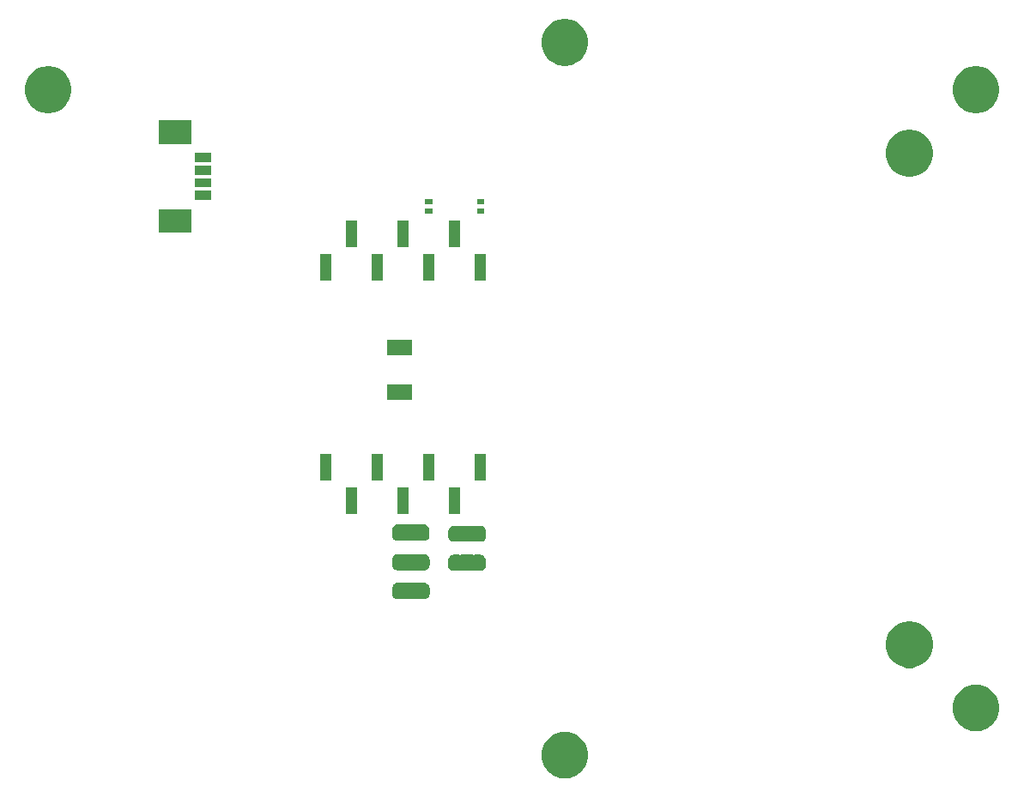
<source format=gbr>
G04 #@! TF.GenerationSoftware,KiCad,Pcbnew,(5.1.2)-2*
G04 #@! TF.CreationDate,2021-08-28T01:18:03-04:00*
G04 #@! TF.ProjectId,MAG_Plus,4d41475f-506c-4757-932e-6b696361645f,rev?*
G04 #@! TF.SameCoordinates,Original*
G04 #@! TF.FileFunction,Soldermask,Top*
G04 #@! TF.FilePolarity,Negative*
%FSLAX46Y46*%
G04 Gerber Fmt 4.6, Leading zero omitted, Abs format (unit mm)*
G04 Created by KiCad (PCBNEW (5.1.2)-2) date 2021-08-28 01:18:03*
%MOMM*%
%LPD*%
G04 APERTURE LIST*
%ADD10C,0.100000*%
G04 APERTURE END LIST*
D10*
G36*
X513178903Y-110873213D02*
G01*
X513401177Y-110917426D01*
X513819932Y-111090880D01*
X514196802Y-111342696D01*
X514517304Y-111663198D01*
X514769120Y-112040068D01*
X514942574Y-112458823D01*
X515031000Y-112903371D01*
X515031000Y-113356629D01*
X514942574Y-113801177D01*
X514769120Y-114219932D01*
X514517304Y-114596802D01*
X514196802Y-114917304D01*
X513819932Y-115169120D01*
X513401177Y-115342574D01*
X513178903Y-115386787D01*
X512956630Y-115431000D01*
X512503370Y-115431000D01*
X512281097Y-115386787D01*
X512058823Y-115342574D01*
X511640068Y-115169120D01*
X511263198Y-114917304D01*
X510942696Y-114596802D01*
X510690880Y-114219932D01*
X510517426Y-113801177D01*
X510429000Y-113356629D01*
X510429000Y-112903371D01*
X510517426Y-112458823D01*
X510690880Y-112040068D01*
X510942696Y-111663198D01*
X511263198Y-111342696D01*
X511640068Y-111090880D01*
X512058823Y-110917426D01*
X512281097Y-110873213D01*
X512503370Y-110829000D01*
X512956630Y-110829000D01*
X513178903Y-110873213D01*
X513178903Y-110873213D01*
G37*
G36*
X553738903Y-106213213D02*
G01*
X553961177Y-106257426D01*
X554379932Y-106430880D01*
X554756802Y-106682696D01*
X555077304Y-107003198D01*
X555329120Y-107380068D01*
X555502574Y-107798823D01*
X555591000Y-108243371D01*
X555591000Y-108696629D01*
X555502574Y-109141177D01*
X555329120Y-109559932D01*
X555077304Y-109936802D01*
X554756802Y-110257304D01*
X554379932Y-110509120D01*
X553961177Y-110682574D01*
X553738903Y-110726787D01*
X553516630Y-110771000D01*
X553063370Y-110771000D01*
X552841097Y-110726787D01*
X552618823Y-110682574D01*
X552200068Y-110509120D01*
X551823198Y-110257304D01*
X551502696Y-109936802D01*
X551250880Y-109559932D01*
X551077426Y-109141177D01*
X550989000Y-108696629D01*
X550989000Y-108243371D01*
X551077426Y-107798823D01*
X551250880Y-107380068D01*
X551502696Y-107003198D01*
X551823198Y-106682696D01*
X552200068Y-106430880D01*
X552618823Y-106257426D01*
X552841097Y-106213213D01*
X553063370Y-106169000D01*
X553516630Y-106169000D01*
X553738903Y-106213213D01*
X553738903Y-106213213D01*
G37*
G36*
X547188903Y-99973213D02*
G01*
X547411177Y-100017426D01*
X547829932Y-100190880D01*
X548206802Y-100442696D01*
X548527304Y-100763198D01*
X548779120Y-101140068D01*
X548952574Y-101558823D01*
X549041000Y-102003371D01*
X549041000Y-102456629D01*
X548952574Y-102901177D01*
X548779120Y-103319932D01*
X548527304Y-103696802D01*
X548206802Y-104017304D01*
X547829932Y-104269120D01*
X547411177Y-104442574D01*
X547188903Y-104486787D01*
X546966630Y-104531000D01*
X546513370Y-104531000D01*
X546291097Y-104486787D01*
X546068823Y-104442574D01*
X545650068Y-104269120D01*
X545273198Y-104017304D01*
X544952696Y-103696802D01*
X544700880Y-103319932D01*
X544527426Y-102901177D01*
X544439000Y-102456629D01*
X544439000Y-102003371D01*
X544527426Y-101558823D01*
X544700880Y-101140068D01*
X544952696Y-100763198D01*
X545273198Y-100442696D01*
X545650068Y-100190880D01*
X546068823Y-100017426D01*
X546291097Y-99973213D01*
X546513370Y-99929000D01*
X546966630Y-99929000D01*
X547188903Y-99973213D01*
X547188903Y-99973213D01*
G37*
G36*
X496829999Y-96119737D02*
G01*
X496844528Y-96124145D01*
X496857711Y-96129606D01*
X496881745Y-96134388D01*
X496906249Y-96134389D01*
X496930282Y-96129609D01*
X496952921Y-96120232D01*
X496954765Y-96119000D01*
X498186050Y-96119000D01*
X498198164Y-96125475D01*
X498221613Y-96132588D01*
X498245999Y-96134990D01*
X498270385Y-96132588D01*
X498293834Y-96125475D01*
X498298746Y-96123152D01*
X498310001Y-96119737D01*
X498326140Y-96118148D01*
X498863861Y-96118148D01*
X498882199Y-96119954D01*
X498894450Y-96120556D01*
X498912869Y-96120556D01*
X498935149Y-96122750D01*
X499019233Y-96139476D01*
X499040660Y-96145976D01*
X499119858Y-96178780D01*
X499125303Y-96181691D01*
X499125309Y-96181693D01*
X499134169Y-96186429D01*
X499134173Y-96186432D01*
X499139614Y-96189340D01*
X499210899Y-96236971D01*
X499228204Y-96251172D01*
X499288828Y-96311796D01*
X499303029Y-96329101D01*
X499350660Y-96400386D01*
X499353568Y-96405827D01*
X499353571Y-96405831D01*
X499358307Y-96414691D01*
X499358309Y-96414697D01*
X499361220Y-96420142D01*
X499394024Y-96499340D01*
X499400524Y-96520767D01*
X499417250Y-96604851D01*
X499419444Y-96627131D01*
X499419444Y-96645550D01*
X499420046Y-96657801D01*
X499421852Y-96676139D01*
X499421852Y-97163862D01*
X499420046Y-97182199D01*
X499419444Y-97194450D01*
X499419444Y-97212869D01*
X499417250Y-97235149D01*
X499400524Y-97319233D01*
X499394024Y-97340660D01*
X499361220Y-97419858D01*
X499358309Y-97425303D01*
X499358307Y-97425309D01*
X499353571Y-97434169D01*
X499353568Y-97434173D01*
X499350660Y-97439614D01*
X499303029Y-97510899D01*
X499288828Y-97528204D01*
X499228204Y-97588828D01*
X499210899Y-97603029D01*
X499139614Y-97650660D01*
X499134173Y-97653568D01*
X499134169Y-97653571D01*
X499125309Y-97658307D01*
X499125303Y-97658309D01*
X499119858Y-97661220D01*
X499040660Y-97694024D01*
X499019233Y-97700524D01*
X498935149Y-97717250D01*
X498912869Y-97719444D01*
X498894450Y-97719444D01*
X498882199Y-97720046D01*
X498863862Y-97721852D01*
X498326140Y-97721852D01*
X498310001Y-97720263D01*
X498295472Y-97715855D01*
X498282289Y-97710394D01*
X498258255Y-97705612D01*
X498233751Y-97705611D01*
X498209718Y-97710391D01*
X498187079Y-97719768D01*
X498185235Y-97721000D01*
X496953950Y-97721000D01*
X496941836Y-97714525D01*
X496918387Y-97707412D01*
X496894001Y-97705010D01*
X496869615Y-97707412D01*
X496846166Y-97714525D01*
X496841254Y-97716848D01*
X496829999Y-97720263D01*
X496813860Y-97721852D01*
X496276138Y-97721852D01*
X496257801Y-97720046D01*
X496245550Y-97719444D01*
X496227131Y-97719444D01*
X496204851Y-97717250D01*
X496120767Y-97700524D01*
X496099340Y-97694024D01*
X496020142Y-97661220D01*
X496014697Y-97658309D01*
X496014691Y-97658307D01*
X496005831Y-97653571D01*
X496005827Y-97653568D01*
X496000386Y-97650660D01*
X495929101Y-97603029D01*
X495911796Y-97588828D01*
X495851172Y-97528204D01*
X495836971Y-97510899D01*
X495789340Y-97439614D01*
X495786432Y-97434173D01*
X495786429Y-97434169D01*
X495781693Y-97425309D01*
X495781691Y-97425303D01*
X495778780Y-97419858D01*
X495745976Y-97340660D01*
X495739476Y-97319233D01*
X495722750Y-97235149D01*
X495720556Y-97212869D01*
X495720556Y-97194450D01*
X495719954Y-97182199D01*
X495718148Y-97163862D01*
X495718148Y-96676139D01*
X495719954Y-96657801D01*
X495720556Y-96645550D01*
X495720556Y-96627131D01*
X495722750Y-96604851D01*
X495739476Y-96520767D01*
X495745976Y-96499340D01*
X495778780Y-96420142D01*
X495781691Y-96414697D01*
X495781693Y-96414691D01*
X495786429Y-96405831D01*
X495786432Y-96405827D01*
X495789340Y-96400386D01*
X495836971Y-96329101D01*
X495851172Y-96311796D01*
X495911796Y-96251172D01*
X495929101Y-96236971D01*
X496000386Y-96189340D01*
X496005827Y-96186432D01*
X496005831Y-96186429D01*
X496014691Y-96181693D01*
X496014697Y-96181691D01*
X496020142Y-96178780D01*
X496099340Y-96145976D01*
X496120767Y-96139476D01*
X496204851Y-96122750D01*
X496227131Y-96120556D01*
X496245550Y-96120556D01*
X496257801Y-96119954D01*
X496276139Y-96118148D01*
X496813860Y-96118148D01*
X496829999Y-96119737D01*
X496829999Y-96119737D01*
G37*
G36*
X502349999Y-93349737D02*
G01*
X502364528Y-93354145D01*
X502377711Y-93359606D01*
X502401745Y-93364388D01*
X502426249Y-93364389D01*
X502450282Y-93359609D01*
X502472921Y-93350232D01*
X502474765Y-93349000D01*
X503706050Y-93349000D01*
X503718164Y-93355475D01*
X503741613Y-93362588D01*
X503765999Y-93364990D01*
X503790385Y-93362588D01*
X503813834Y-93355475D01*
X503818746Y-93353152D01*
X503830001Y-93349737D01*
X503846140Y-93348148D01*
X504383861Y-93348148D01*
X504402199Y-93349954D01*
X504414450Y-93350556D01*
X504432869Y-93350556D01*
X504455149Y-93352750D01*
X504539233Y-93369476D01*
X504560660Y-93375976D01*
X504639858Y-93408780D01*
X504645303Y-93411691D01*
X504645309Y-93411693D01*
X504654169Y-93416429D01*
X504654173Y-93416432D01*
X504659614Y-93419340D01*
X504730899Y-93466971D01*
X504748204Y-93481172D01*
X504808828Y-93541796D01*
X504823029Y-93559101D01*
X504870660Y-93630386D01*
X504873568Y-93635827D01*
X504873571Y-93635831D01*
X504878307Y-93644691D01*
X504878309Y-93644697D01*
X504881220Y-93650142D01*
X504914024Y-93729340D01*
X504920524Y-93750767D01*
X504937250Y-93834851D01*
X504939444Y-93857131D01*
X504939444Y-93875550D01*
X504940046Y-93887801D01*
X504941852Y-93906139D01*
X504941852Y-94393862D01*
X504940046Y-94412199D01*
X504939444Y-94424450D01*
X504939444Y-94442869D01*
X504937250Y-94465149D01*
X504920524Y-94549233D01*
X504914024Y-94570660D01*
X504881220Y-94649858D01*
X504878309Y-94655303D01*
X504878307Y-94655309D01*
X504873571Y-94664169D01*
X504873568Y-94664173D01*
X504870660Y-94669614D01*
X504823029Y-94740899D01*
X504808828Y-94758204D01*
X504748204Y-94818828D01*
X504730899Y-94833029D01*
X504659614Y-94880660D01*
X504654173Y-94883568D01*
X504654169Y-94883571D01*
X504645309Y-94888307D01*
X504645303Y-94888309D01*
X504639858Y-94891220D01*
X504560660Y-94924024D01*
X504539233Y-94930524D01*
X504455149Y-94947250D01*
X504432869Y-94949444D01*
X504414450Y-94949444D01*
X504402199Y-94950046D01*
X504383862Y-94951852D01*
X503846140Y-94951852D01*
X503830001Y-94950263D01*
X503815472Y-94945855D01*
X503802289Y-94940394D01*
X503778255Y-94935612D01*
X503753751Y-94935611D01*
X503729718Y-94940391D01*
X503707079Y-94949768D01*
X503705235Y-94951000D01*
X502473950Y-94951000D01*
X502461836Y-94944525D01*
X502438387Y-94937412D01*
X502414001Y-94935010D01*
X502389615Y-94937412D01*
X502366166Y-94944525D01*
X502361254Y-94946848D01*
X502349999Y-94950263D01*
X502333860Y-94951852D01*
X501796138Y-94951852D01*
X501777801Y-94950046D01*
X501765550Y-94949444D01*
X501747131Y-94949444D01*
X501724851Y-94947250D01*
X501640767Y-94930524D01*
X501619340Y-94924024D01*
X501540142Y-94891220D01*
X501534697Y-94888309D01*
X501534691Y-94888307D01*
X501525831Y-94883571D01*
X501525827Y-94883568D01*
X501520386Y-94880660D01*
X501449101Y-94833029D01*
X501431796Y-94818828D01*
X501371172Y-94758204D01*
X501356971Y-94740899D01*
X501309340Y-94669614D01*
X501306432Y-94664173D01*
X501306429Y-94664169D01*
X501301693Y-94655309D01*
X501301691Y-94655303D01*
X501298780Y-94649858D01*
X501265976Y-94570660D01*
X501259476Y-94549233D01*
X501242750Y-94465149D01*
X501240556Y-94442869D01*
X501240556Y-94424450D01*
X501239954Y-94412199D01*
X501238148Y-94393862D01*
X501238148Y-93906139D01*
X501239954Y-93887801D01*
X501240556Y-93875550D01*
X501240556Y-93857131D01*
X501242750Y-93834851D01*
X501259476Y-93750767D01*
X501265976Y-93729340D01*
X501298780Y-93650142D01*
X501301691Y-93644697D01*
X501301693Y-93644691D01*
X501306429Y-93635831D01*
X501306432Y-93635827D01*
X501309340Y-93630386D01*
X501356971Y-93559101D01*
X501371172Y-93541796D01*
X501431796Y-93481172D01*
X501449101Y-93466971D01*
X501520386Y-93419340D01*
X501525827Y-93416432D01*
X501525831Y-93416429D01*
X501534691Y-93411693D01*
X501534697Y-93411691D01*
X501540142Y-93408780D01*
X501619340Y-93375976D01*
X501640767Y-93369476D01*
X501724851Y-93352750D01*
X501747131Y-93350556D01*
X501765550Y-93350556D01*
X501777801Y-93349954D01*
X501796139Y-93348148D01*
X502333860Y-93348148D01*
X502349999Y-93349737D01*
X502349999Y-93349737D01*
G37*
G36*
X496819999Y-93289737D02*
G01*
X496834528Y-93294145D01*
X496847711Y-93299606D01*
X496871745Y-93304388D01*
X496896249Y-93304389D01*
X496920282Y-93299609D01*
X496942921Y-93290232D01*
X496944765Y-93289000D01*
X498176050Y-93289000D01*
X498188164Y-93295475D01*
X498211613Y-93302588D01*
X498235999Y-93304990D01*
X498260385Y-93302588D01*
X498283834Y-93295475D01*
X498288746Y-93293152D01*
X498300001Y-93289737D01*
X498316140Y-93288148D01*
X498853861Y-93288148D01*
X498872199Y-93289954D01*
X498884450Y-93290556D01*
X498902869Y-93290556D01*
X498925149Y-93292750D01*
X499009233Y-93309476D01*
X499030660Y-93315976D01*
X499109858Y-93348780D01*
X499115303Y-93351691D01*
X499115309Y-93351693D01*
X499124169Y-93356429D01*
X499124173Y-93356432D01*
X499129614Y-93359340D01*
X499200899Y-93406971D01*
X499218204Y-93421172D01*
X499278828Y-93481796D01*
X499293029Y-93499101D01*
X499340660Y-93570386D01*
X499343568Y-93575827D01*
X499343571Y-93575831D01*
X499348307Y-93584691D01*
X499348309Y-93584697D01*
X499351220Y-93590142D01*
X499384024Y-93669340D01*
X499390524Y-93690767D01*
X499407250Y-93774851D01*
X499409444Y-93797131D01*
X499409444Y-93815550D01*
X499410046Y-93827801D01*
X499411852Y-93846139D01*
X499411852Y-94333862D01*
X499410046Y-94352199D01*
X499409444Y-94364450D01*
X499409444Y-94382869D01*
X499407250Y-94405149D01*
X499390524Y-94489233D01*
X499384024Y-94510660D01*
X499351220Y-94589858D01*
X499348309Y-94595303D01*
X499348307Y-94595309D01*
X499343571Y-94604169D01*
X499343568Y-94604173D01*
X499340660Y-94609614D01*
X499293029Y-94680899D01*
X499278828Y-94698204D01*
X499218204Y-94758828D01*
X499200899Y-94773029D01*
X499129614Y-94820660D01*
X499124173Y-94823568D01*
X499124169Y-94823571D01*
X499115309Y-94828307D01*
X499115303Y-94828309D01*
X499109858Y-94831220D01*
X499030660Y-94864024D01*
X499009233Y-94870524D01*
X498925149Y-94887250D01*
X498902869Y-94889444D01*
X498884450Y-94889444D01*
X498872199Y-94890046D01*
X498853862Y-94891852D01*
X498316140Y-94891852D01*
X498300001Y-94890263D01*
X498285472Y-94885855D01*
X498272289Y-94880394D01*
X498248255Y-94875612D01*
X498223751Y-94875611D01*
X498199718Y-94880391D01*
X498177079Y-94889768D01*
X498175235Y-94891000D01*
X496943950Y-94891000D01*
X496931836Y-94884525D01*
X496908387Y-94877412D01*
X496884001Y-94875010D01*
X496859615Y-94877412D01*
X496836166Y-94884525D01*
X496831254Y-94886848D01*
X496819999Y-94890263D01*
X496803860Y-94891852D01*
X496266138Y-94891852D01*
X496247801Y-94890046D01*
X496235550Y-94889444D01*
X496217131Y-94889444D01*
X496194851Y-94887250D01*
X496110767Y-94870524D01*
X496089340Y-94864024D01*
X496010142Y-94831220D01*
X496004697Y-94828309D01*
X496004691Y-94828307D01*
X495995831Y-94823571D01*
X495995827Y-94823568D01*
X495990386Y-94820660D01*
X495919101Y-94773029D01*
X495901796Y-94758828D01*
X495841172Y-94698204D01*
X495826971Y-94680899D01*
X495779340Y-94609614D01*
X495776432Y-94604173D01*
X495776429Y-94604169D01*
X495771693Y-94595309D01*
X495771691Y-94595303D01*
X495768780Y-94589858D01*
X495735976Y-94510660D01*
X495729476Y-94489233D01*
X495712750Y-94405149D01*
X495710556Y-94382869D01*
X495710556Y-94364450D01*
X495709954Y-94352199D01*
X495708148Y-94333862D01*
X495708148Y-93846139D01*
X495709954Y-93827801D01*
X495710556Y-93815550D01*
X495710556Y-93797131D01*
X495712750Y-93774851D01*
X495729476Y-93690767D01*
X495735976Y-93669340D01*
X495768780Y-93590142D01*
X495771691Y-93584697D01*
X495771693Y-93584691D01*
X495776429Y-93575831D01*
X495776432Y-93575827D01*
X495779340Y-93570386D01*
X495826971Y-93499101D01*
X495841172Y-93481796D01*
X495901796Y-93421172D01*
X495919101Y-93406971D01*
X495990386Y-93359340D01*
X495995827Y-93356432D01*
X495995831Y-93356429D01*
X496004691Y-93351693D01*
X496004697Y-93351691D01*
X496010142Y-93348780D01*
X496089340Y-93315976D01*
X496110767Y-93309476D01*
X496194851Y-93292750D01*
X496217131Y-93290556D01*
X496235550Y-93290556D01*
X496247801Y-93289954D01*
X496266139Y-93288148D01*
X496803860Y-93288148D01*
X496819999Y-93289737D01*
X496819999Y-93289737D01*
G37*
G36*
X502369999Y-90479737D02*
G01*
X502384528Y-90484145D01*
X502397711Y-90489606D01*
X502421745Y-90494388D01*
X502446249Y-90494389D01*
X502470282Y-90489609D01*
X502492921Y-90480232D01*
X502494765Y-90479000D01*
X503726050Y-90479000D01*
X503738164Y-90485475D01*
X503761613Y-90492588D01*
X503785999Y-90494990D01*
X503810385Y-90492588D01*
X503833834Y-90485475D01*
X503838746Y-90483152D01*
X503850001Y-90479737D01*
X503866140Y-90478148D01*
X504403861Y-90478148D01*
X504422199Y-90479954D01*
X504434450Y-90480556D01*
X504452869Y-90480556D01*
X504475149Y-90482750D01*
X504559233Y-90499476D01*
X504580660Y-90505976D01*
X504659858Y-90538780D01*
X504665303Y-90541691D01*
X504665309Y-90541693D01*
X504674169Y-90546429D01*
X504674173Y-90546432D01*
X504679614Y-90549340D01*
X504750899Y-90596971D01*
X504768204Y-90611172D01*
X504828828Y-90671796D01*
X504843029Y-90689101D01*
X504890660Y-90760386D01*
X504893568Y-90765827D01*
X504893571Y-90765831D01*
X504898307Y-90774691D01*
X504898309Y-90774697D01*
X504901220Y-90780142D01*
X504934024Y-90859340D01*
X504940524Y-90880767D01*
X504957250Y-90964851D01*
X504959444Y-90987131D01*
X504959444Y-91005550D01*
X504960046Y-91017801D01*
X504961852Y-91036139D01*
X504961852Y-91523862D01*
X504960046Y-91542199D01*
X504959444Y-91554450D01*
X504959444Y-91572869D01*
X504957250Y-91595149D01*
X504940524Y-91679233D01*
X504934024Y-91700660D01*
X504901220Y-91779858D01*
X504898309Y-91785303D01*
X504898307Y-91785309D01*
X504893571Y-91794169D01*
X504893568Y-91794173D01*
X504890660Y-91799614D01*
X504843029Y-91870899D01*
X504828828Y-91888204D01*
X504768204Y-91948828D01*
X504750899Y-91963029D01*
X504679614Y-92010660D01*
X504674173Y-92013568D01*
X504674169Y-92013571D01*
X504665309Y-92018307D01*
X504665303Y-92018309D01*
X504659858Y-92021220D01*
X504580660Y-92054024D01*
X504559233Y-92060524D01*
X504475149Y-92077250D01*
X504452869Y-92079444D01*
X504434450Y-92079444D01*
X504422199Y-92080046D01*
X504403862Y-92081852D01*
X503866140Y-92081852D01*
X503850001Y-92080263D01*
X503835472Y-92075855D01*
X503822289Y-92070394D01*
X503798255Y-92065612D01*
X503773751Y-92065611D01*
X503749718Y-92070391D01*
X503727079Y-92079768D01*
X503725235Y-92081000D01*
X502493950Y-92081000D01*
X502481836Y-92074525D01*
X502458387Y-92067412D01*
X502434001Y-92065010D01*
X502409615Y-92067412D01*
X502386166Y-92074525D01*
X502381254Y-92076848D01*
X502369999Y-92080263D01*
X502353860Y-92081852D01*
X501816138Y-92081852D01*
X501797801Y-92080046D01*
X501785550Y-92079444D01*
X501767131Y-92079444D01*
X501744851Y-92077250D01*
X501660767Y-92060524D01*
X501639340Y-92054024D01*
X501560142Y-92021220D01*
X501554697Y-92018309D01*
X501554691Y-92018307D01*
X501545831Y-92013571D01*
X501545827Y-92013568D01*
X501540386Y-92010660D01*
X501469101Y-91963029D01*
X501451796Y-91948828D01*
X501391172Y-91888204D01*
X501376971Y-91870899D01*
X501329340Y-91799614D01*
X501326432Y-91794173D01*
X501326429Y-91794169D01*
X501321693Y-91785309D01*
X501321691Y-91785303D01*
X501318780Y-91779858D01*
X501285976Y-91700660D01*
X501279476Y-91679233D01*
X501262750Y-91595149D01*
X501260556Y-91572869D01*
X501260556Y-91554450D01*
X501259954Y-91542199D01*
X501258148Y-91523862D01*
X501258148Y-91036139D01*
X501259954Y-91017801D01*
X501260556Y-91005550D01*
X501260556Y-90987131D01*
X501262750Y-90964851D01*
X501279476Y-90880767D01*
X501285976Y-90859340D01*
X501318780Y-90780142D01*
X501321691Y-90774697D01*
X501321693Y-90774691D01*
X501326429Y-90765831D01*
X501326432Y-90765827D01*
X501329340Y-90760386D01*
X501376971Y-90689101D01*
X501391172Y-90671796D01*
X501451796Y-90611172D01*
X501469101Y-90596971D01*
X501540386Y-90549340D01*
X501545827Y-90546432D01*
X501545831Y-90546429D01*
X501554691Y-90541693D01*
X501554697Y-90541691D01*
X501560142Y-90538780D01*
X501639340Y-90505976D01*
X501660767Y-90499476D01*
X501744851Y-90482750D01*
X501767131Y-90480556D01*
X501785550Y-90480556D01*
X501797801Y-90479954D01*
X501816139Y-90478148D01*
X502353860Y-90478148D01*
X502369999Y-90479737D01*
X502369999Y-90479737D01*
G37*
G36*
X496809999Y-90369737D02*
G01*
X496824528Y-90374145D01*
X496837711Y-90379606D01*
X496861745Y-90384388D01*
X496886249Y-90384389D01*
X496910282Y-90379609D01*
X496932921Y-90370232D01*
X496934765Y-90369000D01*
X498166050Y-90369000D01*
X498178164Y-90375475D01*
X498201613Y-90382588D01*
X498225999Y-90384990D01*
X498250385Y-90382588D01*
X498273834Y-90375475D01*
X498278746Y-90373152D01*
X498290001Y-90369737D01*
X498306140Y-90368148D01*
X498843861Y-90368148D01*
X498862199Y-90369954D01*
X498874450Y-90370556D01*
X498892869Y-90370556D01*
X498915149Y-90372750D01*
X498999233Y-90389476D01*
X499020660Y-90395976D01*
X499099858Y-90428780D01*
X499105303Y-90431691D01*
X499105309Y-90431693D01*
X499114169Y-90436429D01*
X499114173Y-90436432D01*
X499119614Y-90439340D01*
X499190899Y-90486971D01*
X499208204Y-90501172D01*
X499268828Y-90561796D01*
X499283029Y-90579101D01*
X499330660Y-90650386D01*
X499333568Y-90655827D01*
X499333571Y-90655831D01*
X499338307Y-90664691D01*
X499338309Y-90664697D01*
X499341220Y-90670142D01*
X499374024Y-90749340D01*
X499380524Y-90770767D01*
X499397250Y-90854851D01*
X499399444Y-90877131D01*
X499399444Y-90895550D01*
X499400046Y-90907801D01*
X499401852Y-90926139D01*
X499401852Y-91413862D01*
X499400046Y-91432199D01*
X499399444Y-91444450D01*
X499399444Y-91462869D01*
X499397250Y-91485149D01*
X499380524Y-91569233D01*
X499374024Y-91590660D01*
X499341220Y-91669858D01*
X499338309Y-91675303D01*
X499338307Y-91675309D01*
X499333571Y-91684169D01*
X499333568Y-91684173D01*
X499330660Y-91689614D01*
X499283029Y-91760899D01*
X499268828Y-91778204D01*
X499208204Y-91838828D01*
X499190899Y-91853029D01*
X499119614Y-91900660D01*
X499114173Y-91903568D01*
X499114169Y-91903571D01*
X499105309Y-91908307D01*
X499105303Y-91908309D01*
X499099858Y-91911220D01*
X499020660Y-91944024D01*
X498999233Y-91950524D01*
X498915149Y-91967250D01*
X498892869Y-91969444D01*
X498874450Y-91969444D01*
X498862199Y-91970046D01*
X498843862Y-91971852D01*
X498306140Y-91971852D01*
X498290001Y-91970263D01*
X498275472Y-91965855D01*
X498262289Y-91960394D01*
X498238255Y-91955612D01*
X498213751Y-91955611D01*
X498189718Y-91960391D01*
X498167079Y-91969768D01*
X498165235Y-91971000D01*
X496933950Y-91971000D01*
X496921836Y-91964525D01*
X496898387Y-91957412D01*
X496874001Y-91955010D01*
X496849615Y-91957412D01*
X496826166Y-91964525D01*
X496821254Y-91966848D01*
X496809999Y-91970263D01*
X496793860Y-91971852D01*
X496256138Y-91971852D01*
X496237801Y-91970046D01*
X496225550Y-91969444D01*
X496207131Y-91969444D01*
X496184851Y-91967250D01*
X496100767Y-91950524D01*
X496079340Y-91944024D01*
X496000142Y-91911220D01*
X495994697Y-91908309D01*
X495994691Y-91908307D01*
X495985831Y-91903571D01*
X495985827Y-91903568D01*
X495980386Y-91900660D01*
X495909101Y-91853029D01*
X495891796Y-91838828D01*
X495831172Y-91778204D01*
X495816971Y-91760899D01*
X495769340Y-91689614D01*
X495766432Y-91684173D01*
X495766429Y-91684169D01*
X495761693Y-91675309D01*
X495761691Y-91675303D01*
X495758780Y-91669858D01*
X495725976Y-91590660D01*
X495719476Y-91569233D01*
X495702750Y-91485149D01*
X495700556Y-91462869D01*
X495700556Y-91444450D01*
X495699954Y-91432199D01*
X495698148Y-91413862D01*
X495698148Y-90926139D01*
X495699954Y-90907801D01*
X495700556Y-90895550D01*
X495700556Y-90877131D01*
X495702750Y-90854851D01*
X495719476Y-90770767D01*
X495725976Y-90749340D01*
X495758780Y-90670142D01*
X495761691Y-90664697D01*
X495761693Y-90664691D01*
X495766429Y-90655831D01*
X495766432Y-90655827D01*
X495769340Y-90650386D01*
X495816971Y-90579101D01*
X495831172Y-90561796D01*
X495891796Y-90501172D01*
X495909101Y-90486971D01*
X495980386Y-90439340D01*
X495985827Y-90436432D01*
X495985831Y-90436429D01*
X495994691Y-90431693D01*
X495994697Y-90431691D01*
X496000142Y-90428780D01*
X496079340Y-90395976D01*
X496100767Y-90389476D01*
X496184851Y-90372750D01*
X496207131Y-90370556D01*
X496225550Y-90370556D01*
X496237801Y-90369954D01*
X496256139Y-90368148D01*
X496793860Y-90368148D01*
X496809999Y-90369737D01*
X496809999Y-90369737D01*
G37*
G36*
X492241000Y-89331000D02*
G01*
X491139000Y-89331000D01*
X491139000Y-86719000D01*
X492241000Y-86719000D01*
X492241000Y-89331000D01*
X492241000Y-89331000D01*
G37*
G36*
X497321000Y-89331000D02*
G01*
X496219000Y-89331000D01*
X496219000Y-86719000D01*
X497321000Y-86719000D01*
X497321000Y-89331000D01*
X497321000Y-89331000D01*
G37*
G36*
X502401000Y-89331000D02*
G01*
X501299000Y-89331000D01*
X501299000Y-86719000D01*
X502401000Y-86719000D01*
X502401000Y-89331000D01*
X502401000Y-89331000D01*
G37*
G36*
X504941000Y-86021000D02*
G01*
X503839000Y-86021000D01*
X503839000Y-83409000D01*
X504941000Y-83409000D01*
X504941000Y-86021000D01*
X504941000Y-86021000D01*
G37*
G36*
X489701000Y-86021000D02*
G01*
X488599000Y-86021000D01*
X488599000Y-83409000D01*
X489701000Y-83409000D01*
X489701000Y-86021000D01*
X489701000Y-86021000D01*
G37*
G36*
X499861000Y-86021000D02*
G01*
X498759000Y-86021000D01*
X498759000Y-83409000D01*
X499861000Y-83409000D01*
X499861000Y-86021000D01*
X499861000Y-86021000D01*
G37*
G36*
X494781000Y-86021000D02*
G01*
X493679000Y-86021000D01*
X493679000Y-83409000D01*
X494781000Y-83409000D01*
X494781000Y-86021000D01*
X494781000Y-86021000D01*
G37*
G36*
X497696000Y-78086000D02*
G01*
X495194000Y-78086000D01*
X495194000Y-76534000D01*
X497696000Y-76534000D01*
X497696000Y-78086000D01*
X497696000Y-78086000D01*
G37*
G36*
X497696000Y-73686000D02*
G01*
X495194000Y-73686000D01*
X495194000Y-72134000D01*
X497696000Y-72134000D01*
X497696000Y-73686000D01*
X497696000Y-73686000D01*
G37*
G36*
X489721000Y-66331000D02*
G01*
X488619000Y-66331000D01*
X488619000Y-63719000D01*
X489721000Y-63719000D01*
X489721000Y-66331000D01*
X489721000Y-66331000D01*
G37*
G36*
X504961000Y-66331000D02*
G01*
X503859000Y-66331000D01*
X503859000Y-63719000D01*
X504961000Y-63719000D01*
X504961000Y-66331000D01*
X504961000Y-66331000D01*
G37*
G36*
X499881000Y-66331000D02*
G01*
X498779000Y-66331000D01*
X498779000Y-63719000D01*
X499881000Y-63719000D01*
X499881000Y-66331000D01*
X499881000Y-66331000D01*
G37*
G36*
X494801000Y-66331000D02*
G01*
X493699000Y-66331000D01*
X493699000Y-63719000D01*
X494801000Y-63719000D01*
X494801000Y-66331000D01*
X494801000Y-66331000D01*
G37*
G36*
X497341000Y-63021000D02*
G01*
X496239000Y-63021000D01*
X496239000Y-60409000D01*
X497341000Y-60409000D01*
X497341000Y-63021000D01*
X497341000Y-63021000D01*
G37*
G36*
X502421000Y-63021000D02*
G01*
X501319000Y-63021000D01*
X501319000Y-60409000D01*
X502421000Y-60409000D01*
X502421000Y-63021000D01*
X502421000Y-63021000D01*
G37*
G36*
X492261000Y-63021000D02*
G01*
X491159000Y-63021000D01*
X491159000Y-60409000D01*
X492261000Y-60409000D01*
X492261000Y-63021000D01*
X492261000Y-63021000D01*
G37*
G36*
X475936000Y-61556000D02*
G01*
X472734000Y-61556000D01*
X472734000Y-59254000D01*
X475936000Y-59254000D01*
X475936000Y-61556000D01*
X475936000Y-61556000D01*
G37*
G36*
X499681000Y-59701000D02*
G01*
X498979000Y-59701000D01*
X498979000Y-59199000D01*
X499681000Y-59199000D01*
X499681000Y-59701000D01*
X499681000Y-59701000D01*
G37*
G36*
X504771000Y-59691000D02*
G01*
X504069000Y-59691000D01*
X504069000Y-59189000D01*
X504771000Y-59189000D01*
X504771000Y-59691000D01*
X504771000Y-59691000D01*
G37*
G36*
X499681000Y-58801000D02*
G01*
X498979000Y-58801000D01*
X498979000Y-58299000D01*
X499681000Y-58299000D01*
X499681000Y-58801000D01*
X499681000Y-58801000D01*
G37*
G36*
X504771000Y-58791000D02*
G01*
X504069000Y-58791000D01*
X504069000Y-58289000D01*
X504771000Y-58289000D01*
X504771000Y-58791000D01*
X504771000Y-58791000D01*
G37*
G36*
X477886000Y-58356000D02*
G01*
X476284000Y-58356000D01*
X476284000Y-57454000D01*
X477886000Y-57454000D01*
X477886000Y-58356000D01*
X477886000Y-58356000D01*
G37*
G36*
X477886000Y-57106000D02*
G01*
X476284000Y-57106000D01*
X476284000Y-56204000D01*
X477886000Y-56204000D01*
X477886000Y-57106000D01*
X477886000Y-57106000D01*
G37*
G36*
X547188903Y-51473213D02*
G01*
X547411177Y-51517426D01*
X547829932Y-51690880D01*
X548206802Y-51942696D01*
X548527304Y-52263198D01*
X548779120Y-52640068D01*
X548952574Y-53058823D01*
X549041000Y-53503371D01*
X549041000Y-53956629D01*
X548952574Y-54401177D01*
X548779120Y-54819932D01*
X548527304Y-55196802D01*
X548206802Y-55517304D01*
X547829932Y-55769120D01*
X547411177Y-55942574D01*
X547188903Y-55986787D01*
X546966630Y-56031000D01*
X546513370Y-56031000D01*
X546291097Y-55986787D01*
X546068823Y-55942574D01*
X545650068Y-55769120D01*
X545273198Y-55517304D01*
X544952696Y-55196802D01*
X544700880Y-54819932D01*
X544527426Y-54401177D01*
X544439000Y-53956629D01*
X544439000Y-53503371D01*
X544527426Y-53058823D01*
X544700880Y-52640068D01*
X544952696Y-52263198D01*
X545273198Y-51942696D01*
X545650068Y-51690880D01*
X546068823Y-51517426D01*
X546291097Y-51473213D01*
X546513370Y-51429000D01*
X546966630Y-51429000D01*
X547188903Y-51473213D01*
X547188903Y-51473213D01*
G37*
G36*
X477886000Y-55856000D02*
G01*
X476284000Y-55856000D01*
X476284000Y-54954000D01*
X477886000Y-54954000D01*
X477886000Y-55856000D01*
X477886000Y-55856000D01*
G37*
G36*
X477886000Y-54606000D02*
G01*
X476284000Y-54606000D01*
X476284000Y-53704000D01*
X477886000Y-53704000D01*
X477886000Y-54606000D01*
X477886000Y-54606000D01*
G37*
G36*
X475936000Y-52806000D02*
G01*
X472734000Y-52806000D01*
X472734000Y-50504000D01*
X475936000Y-50504000D01*
X475936000Y-52806000D01*
X475936000Y-52806000D01*
G37*
G36*
X553738903Y-45213213D02*
G01*
X553961177Y-45257426D01*
X554379932Y-45430880D01*
X554756802Y-45682696D01*
X555077304Y-46003198D01*
X555329120Y-46380068D01*
X555502574Y-46798823D01*
X555591000Y-47243371D01*
X555591000Y-47696629D01*
X555502574Y-48141177D01*
X555329120Y-48559932D01*
X555077304Y-48936802D01*
X554756802Y-49257304D01*
X554379932Y-49509120D01*
X553961177Y-49682574D01*
X553738903Y-49726787D01*
X553516630Y-49771000D01*
X553063370Y-49771000D01*
X552841097Y-49726787D01*
X552618823Y-49682574D01*
X552200068Y-49509120D01*
X551823198Y-49257304D01*
X551502696Y-48936802D01*
X551250880Y-48559932D01*
X551077426Y-48141177D01*
X550989000Y-47696629D01*
X550989000Y-47243371D01*
X551077426Y-46798823D01*
X551250880Y-46380068D01*
X551502696Y-46003198D01*
X551823198Y-45682696D01*
X552200068Y-45430880D01*
X552618823Y-45257426D01*
X552841097Y-45213213D01*
X553063370Y-45169000D01*
X553516630Y-45169000D01*
X553738903Y-45213213D01*
X553738903Y-45213213D01*
G37*
G36*
X462238903Y-45213213D02*
G01*
X462461177Y-45257426D01*
X462879932Y-45430880D01*
X463256802Y-45682696D01*
X463577304Y-46003198D01*
X463829120Y-46380068D01*
X464002574Y-46798823D01*
X464091000Y-47243371D01*
X464091000Y-47696629D01*
X464002574Y-48141177D01*
X463829120Y-48559932D01*
X463577304Y-48936802D01*
X463256802Y-49257304D01*
X462879932Y-49509120D01*
X462461177Y-49682574D01*
X462238903Y-49726787D01*
X462016630Y-49771000D01*
X461563370Y-49771000D01*
X461341097Y-49726787D01*
X461118823Y-49682574D01*
X460700068Y-49509120D01*
X460323198Y-49257304D01*
X460002696Y-48936802D01*
X459750880Y-48559932D01*
X459577426Y-48141177D01*
X459489000Y-47696629D01*
X459489000Y-47243371D01*
X459577426Y-46798823D01*
X459750880Y-46380068D01*
X460002696Y-46003198D01*
X460323198Y-45682696D01*
X460700068Y-45430880D01*
X461118823Y-45257426D01*
X461341097Y-45213213D01*
X461563370Y-45169000D01*
X462016630Y-45169000D01*
X462238903Y-45213213D01*
X462238903Y-45213213D01*
G37*
G36*
X513178903Y-40543213D02*
G01*
X513401177Y-40587426D01*
X513819932Y-40760880D01*
X514196802Y-41012696D01*
X514517304Y-41333198D01*
X514769120Y-41710068D01*
X514942574Y-42128823D01*
X515031000Y-42573371D01*
X515031000Y-43026629D01*
X514942574Y-43471177D01*
X514769120Y-43889932D01*
X514517304Y-44266802D01*
X514196802Y-44587304D01*
X513819932Y-44839120D01*
X513401177Y-45012574D01*
X513178903Y-45056787D01*
X512956630Y-45101000D01*
X512503370Y-45101000D01*
X512281097Y-45056787D01*
X512058823Y-45012574D01*
X511640068Y-44839120D01*
X511263198Y-44587304D01*
X510942696Y-44266802D01*
X510690880Y-43889932D01*
X510517426Y-43471177D01*
X510429000Y-43026629D01*
X510429000Y-42573371D01*
X510517426Y-42128823D01*
X510690880Y-41710068D01*
X510942696Y-41333198D01*
X511263198Y-41012696D01*
X511640068Y-40760880D01*
X512058823Y-40587426D01*
X512281097Y-40543213D01*
X512503370Y-40499000D01*
X512956630Y-40499000D01*
X513178903Y-40543213D01*
X513178903Y-40543213D01*
G37*
M02*

</source>
